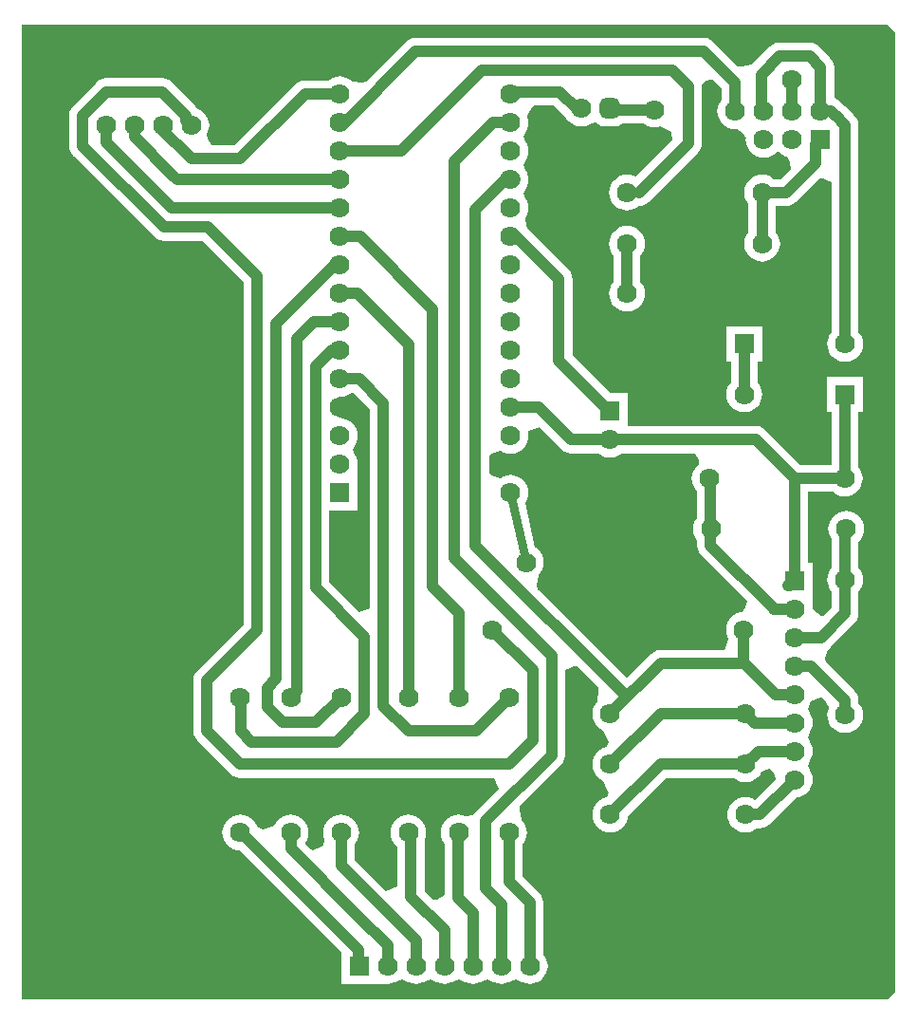
<source format=gtl>
G04 Layer_Physical_Order=1*
G04 Layer_Color=25308*
%FSLAX42Y42*%
%MOMM*%
G71*
G01*
G75*
%ADD10C,1.00*%
%ADD11C,0.80*%
%ADD12C,1.78*%
%ADD13R,1.78X1.78*%
G04:AMPARAMS|DCode=14|XSize=1.78mm|YSize=1.78mm|CornerRadius=0.44mm|HoleSize=0mm|Usage=FLASHONLY|Rotation=180.000|XOffset=0mm|YOffset=0mm|HoleType=Round|Shape=RoundedRectangle|*
%AMROUNDEDRECTD14*
21,1,1.78,0.89,0,0,180.0*
21,1,0.89,1.78,0,0,180.0*
1,1,0.89,-0.44,0.44*
1,1,0.89,0.44,0.44*
1,1,0.89,0.44,-0.44*
1,1,0.89,-0.44,-0.44*
%
%ADD14ROUNDEDRECTD14*%
%ADD15R,1.78X1.78*%
G36*
X-0Y8700D02*
X0Y0D01*
X7729Y-0D01*
X7800Y71D01*
X7800Y8629D01*
X7729Y8700D01*
X-0Y8700D01*
D02*
G37*
%LPC*%
G36*
X6291Y6009D02*
X6609D01*
Y5691D01*
X6571D01*
Y5503D01*
X6583Y5489D01*
X6598Y5461D01*
X6607Y5431D01*
X6610Y5400D01*
X6607Y5369D01*
X6598Y5339D01*
X6583Y5311D01*
X6563Y5287D01*
X6539Y5267D01*
X6511Y5252D01*
X6481Y5243D01*
X6450Y5240D01*
X6419Y5243D01*
X6389Y5252D01*
X6361Y5267D01*
X6337Y5287D01*
X6317Y5311D01*
X6302Y5339D01*
X6293Y5369D01*
X6290Y5400D01*
X6293Y5431D01*
X6302Y5461D01*
X6317Y5489D01*
X6329Y5503D01*
Y5691D01*
X6291D01*
Y6009D01*
D02*
G37*
G36*
X3516Y8581D02*
X6090D01*
X6121Y8577D01*
X6150Y8565D01*
X6175Y8546D01*
X6393Y8328D01*
X6424Y8324D01*
X6514Y8339D01*
X6677Y8501D01*
X6702Y8521D01*
X6731Y8533D01*
X6763Y8537D01*
X7034D01*
X7065Y8533D01*
X7095Y8521D01*
X7120Y8501D01*
X7217Y8405D01*
X7236Y8380D01*
X7248Y8350D01*
X7252Y8319D01*
Y8044D01*
X7254Y8044D01*
X7284Y8032D01*
X7309Y8013D01*
X7349Y7972D01*
X7355Y7967D01*
X7425Y7897D01*
X7433Y7888D01*
X7436Y7886D01*
X7455Y7861D01*
X7467Y7831D01*
X7471Y7800D01*
X7471Y5953D01*
X7483Y5939D01*
X7498Y5911D01*
X7507Y5881D01*
X7510Y5850D01*
X7507Y5819D01*
X7498Y5789D01*
X7483Y5761D01*
X7463Y5737D01*
X7439Y5717D01*
X7411Y5702D01*
X7381Y5693D01*
X7350Y5690D01*
X7319Y5693D01*
X7289Y5702D01*
X7261Y5717D01*
X7237Y5737D01*
X7217Y5761D01*
X7202Y5789D01*
X7193Y5819D01*
X7190Y5850D01*
X7193Y5881D01*
X7202Y5911D01*
X7217Y5939D01*
X7229Y5953D01*
X7229Y7295D01*
X7129Y7336D01*
X6907Y7114D01*
X6882Y7095D01*
X6853Y7083D01*
X6822Y7079D01*
X6731D01*
Y6846D01*
X6742Y6832D01*
X6757Y6805D01*
X6766Y6775D01*
X6769Y6743D01*
X6766Y6712D01*
X6757Y6682D01*
X6742Y6655D01*
X6723Y6631D01*
X6698Y6611D01*
X6671Y6596D01*
X6641Y6587D01*
X6610Y6584D01*
X6578Y6587D01*
X6549Y6596D01*
X6521Y6611D01*
X6497Y6631D01*
X6477Y6655D01*
X6462Y6682D01*
X6453Y6712D01*
X6450Y6743D01*
X6453Y6775D01*
X6462Y6805D01*
X6477Y6832D01*
X6489Y6846D01*
Y7097D01*
X6477Y7111D01*
X6462Y7139D01*
X6453Y7169D01*
X6450Y7200D01*
X6453Y7231D01*
X6462Y7261D01*
X6477Y7289D01*
X6497Y7313D01*
X6521Y7333D01*
X6549Y7348D01*
X6578Y7357D01*
X6610Y7360D01*
X6641Y7357D01*
X6671Y7348D01*
X6698Y7333D01*
X6713Y7321D01*
X6772D01*
X6865Y7414D01*
X6854Y7474D01*
X6830Y7521D01*
X6816Y7525D01*
X6788Y7540D01*
X6764Y7560D01*
X6736D01*
X6712Y7540D01*
X6684Y7525D01*
X6654Y7516D01*
X6623Y7513D01*
X6592Y7516D01*
X6562Y7525D01*
X6534Y7540D01*
X6510Y7560D01*
X6490Y7584D01*
X6475Y7612D01*
X6466Y7642D01*
X6463Y7673D01*
X6465Y7688D01*
X6429Y7733D01*
X6384Y7769D01*
X6369Y7767D01*
X6338Y7770D01*
X6308Y7779D01*
X6280Y7794D01*
X6256Y7814D01*
X6236Y7838D01*
X6221Y7866D01*
X6212Y7896D01*
X6209Y7927D01*
X6212Y7958D01*
X6221Y7988D01*
X6236Y8016D01*
X6248Y8030D01*
Y8131D01*
X6160Y8218D01*
X6094Y8191D01*
X6070Y8168D01*
X6072Y8149D01*
Y7641D01*
X6068Y7610D01*
X6056Y7581D01*
X6037Y7555D01*
X5596Y7114D01*
X5571Y7095D01*
X5541Y7083D01*
X5510Y7079D01*
X5507Y7079D01*
X5492Y7067D01*
X5464Y7052D01*
X5434Y7043D01*
X5403Y7040D01*
X5372Y7043D01*
X5342Y7052D01*
X5314Y7067D01*
X5290Y7087D01*
X5270Y7111D01*
X5256Y7139D01*
X5247Y7169D01*
X5243Y7200D01*
X5247Y7231D01*
X5256Y7261D01*
X5270Y7289D01*
X5290Y7313D01*
X5314Y7333D01*
X5342Y7348D01*
X5372Y7357D01*
X5403Y7360D01*
X5434Y7357D01*
X5464Y7348D01*
X5479Y7340D01*
X5805Y7666D01*
X5798Y7739D01*
X5768Y7757D01*
X5701Y7789D01*
X5681Y7783D01*
X5650Y7780D01*
X5619Y7783D01*
X5589Y7792D01*
X5561Y7807D01*
X5547Y7818D01*
X5369D01*
X5352Y7806D01*
X5324Y7794D01*
X5294Y7790D01*
X5206D01*
X5176Y7794D01*
X5148Y7806D01*
X5124Y7824D01*
X5085Y7817D01*
X5057Y7802D01*
X5027Y7793D01*
X4996Y7790D01*
X4965Y7793D01*
X4935Y7802D01*
X4907Y7817D01*
X4883Y7837D01*
X4863Y7861D01*
X4858Y7871D01*
X4750Y7979D01*
X4570D01*
X4551Y7962D01*
X4510Y7887D01*
X4511Y7879D01*
X4519Y7855D01*
X4522Y7824D01*
X4519Y7793D01*
X4510Y7763D01*
X4495Y7735D01*
X4480Y7697D01*
X4495Y7659D01*
X4510Y7631D01*
X4519Y7601D01*
X4522Y7570D01*
X4519Y7539D01*
X4510Y7509D01*
X4495Y7481D01*
X4480Y7443D01*
X4495Y7405D01*
X4510Y7377D01*
X4514Y7364D01*
X4520Y7347D01*
X4524Y7316D01*
X4520Y7285D01*
X4514Y7268D01*
X4510Y7255D01*
X4495Y7227D01*
X4480Y7189D01*
X4495Y7151D01*
X4510Y7123D01*
X4519Y7093D01*
X4522Y7062D01*
X4519Y7031D01*
X4510Y7001D01*
X4495Y6973D01*
X4501Y6907D01*
X4528Y6863D01*
X4881Y6511D01*
X4900Y6486D01*
X4912Y6456D01*
X4916Y6425D01*
Y5748D01*
X5255Y5409D01*
X5409D01*
Y5117D01*
X6554D01*
X6585Y5113D01*
X6615Y5101D01*
X6640Y5082D01*
X6950Y4771D01*
X7226D01*
Y5241D01*
X7191D01*
Y5559D01*
X7509D01*
Y5241D01*
X7468D01*
Y4753D01*
X7480Y4739D01*
X7494Y4711D01*
X7504Y4681D01*
X7507Y4650D01*
X7504Y4619D01*
X7494Y4589D01*
X7480Y4561D01*
X7460Y4537D01*
X7436Y4517D01*
X7408Y4502D01*
X7378Y4493D01*
X7347Y4490D01*
X7316Y4493D01*
X7286Y4502D01*
X7258Y4517D01*
X7244Y4529D01*
X7021D01*
Y3898D01*
X7059D01*
Y3585D01*
X7060Y3485D01*
X7135Y3424D01*
X7150Y3418D01*
X7229Y3497D01*
Y3644D01*
X7217Y3658D01*
X7202Y3686D01*
X7193Y3716D01*
X7190Y3747D01*
X7193Y3778D01*
X7202Y3808D01*
X7217Y3836D01*
X7229Y3850D01*
Y4109D01*
X7227Y4111D01*
X7212Y4139D01*
X7203Y4169D01*
X7200Y4200D01*
X7203Y4231D01*
X7212Y4261D01*
X7227Y4289D01*
X7247Y4313D01*
X7271Y4333D01*
X7298Y4348D01*
X7328Y4357D01*
X7360Y4360D01*
X7391Y4357D01*
X7421Y4348D01*
X7448Y4333D01*
X7472Y4313D01*
X7492Y4289D01*
X7507Y4261D01*
X7516Y4231D01*
X7519Y4200D01*
X7516Y4169D01*
X7507Y4139D01*
X7492Y4111D01*
X7472Y4087D01*
X7471Y4086D01*
Y3850D01*
X7483Y3836D01*
X7498Y3808D01*
X7507Y3778D01*
X7510Y3747D01*
X7507Y3716D01*
X7498Y3686D01*
X7483Y3658D01*
X7471Y3644D01*
Y3447D01*
X7467Y3416D01*
X7455Y3386D01*
X7436Y3361D01*
X7220Y3145D01*
X7201Y3131D01*
X7193Y3121D01*
X7174Y3039D01*
X7176Y3015D01*
X7436Y2756D01*
X7455Y2731D01*
X7467Y2701D01*
X7471Y2670D01*
Y2643D01*
X7483Y2629D01*
X7498Y2602D01*
X7507Y2572D01*
X7510Y2540D01*
X7507Y2509D01*
X7498Y2479D01*
X7483Y2452D01*
X7463Y2428D01*
X7439Y2408D01*
X7411Y2393D01*
X7381Y2384D01*
X7350Y2381D01*
X7319Y2384D01*
X7289Y2393D01*
X7261Y2408D01*
X7237Y2428D01*
X7217Y2452D01*
X7202Y2479D01*
X7193Y2509D01*
X7190Y2540D01*
X7193Y2572D01*
X7202Y2602D01*
X7209Y2613D01*
X7162Y2674D01*
X7140Y2692D01*
X7126Y2692D01*
X7048Y2662D01*
X7033Y2634D01*
X7018Y2596D01*
X7033Y2558D01*
X7048Y2530D01*
X7057Y2500D01*
X7060Y2469D01*
X7057Y2438D01*
X7048Y2408D01*
X7033Y2380D01*
X7018Y2342D01*
X7033Y2304D01*
X7048Y2276D01*
X7057Y2246D01*
X7060Y2215D01*
X7057Y2184D01*
X7048Y2154D01*
X7033Y2126D01*
X7018Y2088D01*
X7033Y2050D01*
X7048Y2022D01*
X7057Y1992D01*
X7060Y1961D01*
X7057Y1930D01*
X7048Y1900D01*
X7033Y1872D01*
X7013Y1848D01*
X6989Y1828D01*
X6961Y1813D01*
X6931Y1804D01*
X6913Y1803D01*
X6675Y1564D01*
X6650Y1545D01*
X6620Y1533D01*
X6589Y1529D01*
X6563D01*
X6548Y1517D01*
X6521Y1502D01*
X6491Y1493D01*
X6460Y1490D01*
X6428Y1493D01*
X6398Y1502D01*
X6371Y1517D01*
X6347Y1537D01*
X6327Y1561D01*
X6312Y1589D01*
X6303Y1619D01*
X6300Y1650D01*
X6303Y1681D01*
X6312Y1711D01*
X6327Y1739D01*
X6347Y1763D01*
X6371Y1783D01*
X6398Y1798D01*
X6428Y1807D01*
X6460Y1810D01*
X6491Y1807D01*
X6521Y1798D01*
X6548Y1783D01*
X6550Y1782D01*
X6731Y1963D01*
X6710Y2023D01*
X6673Y2057D01*
X6632Y2046D01*
X6604Y2032D01*
X6592Y2011D01*
X6573Y1987D01*
X6548Y1967D01*
X6521Y1952D01*
X6491Y1943D01*
X6460Y1940D01*
X6428Y1943D01*
X6398Y1952D01*
X6371Y1967D01*
X6357Y1979D01*
X5753D01*
X5412Y1637D01*
X5410Y1619D01*
X5401Y1589D01*
X5386Y1561D01*
X5366Y1537D01*
X5342Y1517D01*
X5314Y1502D01*
X5284Y1493D01*
X5253Y1490D01*
X5222Y1493D01*
X5192Y1502D01*
X5164Y1517D01*
X5140Y1537D01*
X5120Y1561D01*
X5106Y1589D01*
X5096Y1619D01*
X5093Y1650D01*
X5096Y1681D01*
X5106Y1711D01*
X5120Y1739D01*
X5140Y1763D01*
X5164Y1783D01*
X5192Y1798D01*
X5222Y1807D01*
X5223Y1810D01*
X5238Y1847D01*
X5236Y1861D01*
X5192Y1952D01*
X5164Y1967D01*
X5140Y1987D01*
X5120Y2011D01*
X5106Y2039D01*
X5096Y2069D01*
X5093Y2100D01*
X5096Y2131D01*
X5106Y2161D01*
X5120Y2189D01*
X5140Y2213D01*
X5164Y2233D01*
X5192Y2248D01*
X5222Y2257D01*
X5223Y2260D01*
X5238Y2297D01*
X5236Y2311D01*
X5192Y2402D01*
X5164Y2417D01*
X5140Y2437D01*
X5120Y2461D01*
X5106Y2489D01*
X5096Y2519D01*
X5093Y2550D01*
X5096Y2581D01*
X5106Y2611D01*
X5120Y2639D01*
X5140Y2663D01*
X5150Y2752D01*
X5144Y2785D01*
X4950Y2979D01*
X4850Y2937D01*
Y2179D01*
X4846Y2148D01*
X4834Y2118D01*
X4814Y2093D01*
X4448Y1727D01*
X4445Y1694D01*
X4463Y1603D01*
X4483Y1579D01*
X4498Y1552D01*
X4507Y1522D01*
X4510Y1490D01*
X4507Y1459D01*
X4498Y1429D01*
X4483Y1402D01*
X4471Y1387D01*
X4471Y1100D01*
X4621Y951D01*
X4640Y926D01*
X4652Y896D01*
X4656Y865D01*
Y403D01*
X4668Y389D01*
X4683Y361D01*
X4692Y331D01*
X4695Y300D01*
X4692Y269D01*
X4683Y239D01*
X4668Y211D01*
X4648Y187D01*
X4624Y167D01*
X4596Y152D01*
X4566Y143D01*
X4535Y140D01*
X4504Y143D01*
X4474Y152D01*
X4446Y167D01*
X4408Y182D01*
X4370Y167D01*
X4342Y152D01*
X4312Y143D01*
X4281Y140D01*
X4250Y143D01*
X4220Y152D01*
X4192Y167D01*
X4154Y182D01*
X4116Y167D01*
X4088Y152D01*
X4058Y143D01*
X4027Y140D01*
X3996Y143D01*
X3966Y152D01*
X3938Y167D01*
X3900Y182D01*
X3862Y167D01*
X3834Y152D01*
X3804Y143D01*
X3773Y140D01*
X3742Y143D01*
X3712Y152D01*
X3684Y167D01*
X3646Y182D01*
X3608Y167D01*
X3580Y152D01*
X3550Y143D01*
X3519Y140D01*
X3488Y143D01*
X3458Y152D01*
X3430Y167D01*
X3392Y182D01*
X3354Y167D01*
X3354Y167D01*
X3354Y167D01*
X3326Y152D01*
X3326Y152D01*
X3296Y143D01*
X3268Y141D01*
X3265Y140D01*
X3265D01*
X3165Y141D01*
X2852D01*
Y427D01*
X1948Y1331D01*
X1919Y1334D01*
X1889Y1343D01*
X1861Y1358D01*
X1837Y1378D01*
X1817Y1402D01*
X1802Y1429D01*
X1793Y1459D01*
X1790Y1490D01*
X1793Y1522D01*
X1802Y1552D01*
X1817Y1579D01*
X1837Y1603D01*
X1861Y1623D01*
X1889Y1638D01*
X1919Y1647D01*
X1950Y1650D01*
X1981Y1647D01*
X2011Y1638D01*
X2039Y1623D01*
X2063Y1603D01*
X2083Y1579D01*
X2098Y1552D01*
X2101Y1541D01*
X2147Y1520D01*
X2158Y1520D01*
X2252Y1552D01*
X2267Y1579D01*
X2287Y1603D01*
X2311Y1623D01*
X2339Y1638D01*
X2369Y1647D01*
X2400Y1650D01*
X2431Y1647D01*
X2461Y1638D01*
X2489Y1623D01*
X2513Y1603D01*
X2533Y1579D01*
X2548Y1552D01*
X2557Y1522D01*
X2560Y1490D01*
X2557Y1459D01*
X2548Y1429D01*
X2533Y1402D01*
X2527Y1394D01*
X2584Y1337D01*
X2595Y1336D01*
X2692Y1371D01*
X2704Y1426D01*
X2702Y1429D01*
X2693Y1459D01*
X2690Y1490D01*
X2693Y1522D01*
X2702Y1552D01*
X2717Y1579D01*
X2737Y1603D01*
X2761Y1623D01*
X2789Y1638D01*
X2819Y1647D01*
X2850Y1650D01*
X2881Y1647D01*
X2911Y1638D01*
X2939Y1623D01*
X2963Y1603D01*
X2983Y1579D01*
X2998Y1552D01*
X3007Y1522D01*
X3010Y1490D01*
X3007Y1459D01*
X2998Y1429D01*
X2983Y1402D01*
X2971Y1387D01*
Y1250D01*
X3252Y969D01*
X3352Y1011D01*
Y1365D01*
X3337Y1378D01*
X3317Y1402D01*
X3302Y1429D01*
X3293Y1459D01*
X3290Y1490D01*
X3293Y1522D01*
X3302Y1552D01*
X3317Y1579D01*
X3337Y1603D01*
X3361Y1623D01*
X3389Y1638D01*
X3419Y1647D01*
X3450Y1650D01*
X3481Y1647D01*
X3511Y1638D01*
X3539Y1623D01*
X3563Y1603D01*
X3583Y1579D01*
X3598Y1552D01*
X3607Y1522D01*
X3610Y1490D01*
X3607Y1459D01*
X3598Y1429D01*
X3594Y1423D01*
Y971D01*
X3675Y890D01*
X3707Y895D01*
X3774Y933D01*
Y1393D01*
X3767Y1402D01*
X3752Y1429D01*
X3743Y1459D01*
X3740Y1490D01*
X3743Y1522D01*
X3752Y1552D01*
X3767Y1579D01*
X3787Y1603D01*
X3811Y1623D01*
X3839Y1638D01*
X3869Y1647D01*
X3900Y1650D01*
X3931Y1647D01*
X3932Y1647D01*
X3964Y1638D01*
X4021Y1649D01*
X4056Y1677D01*
X4258Y1879D01*
X4216Y1979D01*
X1950D01*
X1919Y1983D01*
X1889Y1995D01*
X1864Y2014D01*
X1564Y2314D01*
X1545Y2339D01*
X1533Y2369D01*
X1529Y2400D01*
Y2850D01*
X1533Y2881D01*
X1545Y2911D01*
X1564Y2936D01*
X1979Y3350D01*
Y6400D01*
X1608Y6771D01*
X1268D01*
X1236Y6775D01*
X1207Y6787D01*
X1182Y6806D01*
X456Y7533D01*
X436Y7558D01*
X424Y7587D01*
X420Y7618D01*
Y7887D01*
X424Y7918D01*
X436Y7947D01*
X456Y7972D01*
X659Y8176D01*
X667Y8186D01*
X692Y8205D01*
X721Y8217D01*
X752Y8221D01*
X1253D01*
X1285Y8217D01*
X1314Y8205D01*
X1339Y8186D01*
X1552Y7972D01*
X1571Y7948D01*
X1573Y7948D01*
X1601Y7933D01*
X1625Y7913D01*
X1645Y7889D01*
X1660Y7861D01*
X1669Y7831D01*
X1672Y7800D01*
X1669Y7769D01*
X1660Y7739D01*
X1650Y7721D01*
X1662Y7682D01*
X1697Y7621D01*
X1900D01*
X2442Y8164D01*
X2467Y8183D01*
X2497Y8195D01*
X2528Y8199D01*
X2735D01*
X2749Y8211D01*
X2777Y8226D01*
X2807Y8235D01*
X2838Y8238D01*
X2869Y8235D01*
X2899Y8226D01*
X2927Y8211D01*
X2951Y8191D01*
X3041Y8182D01*
X3073Y8188D01*
X3430Y8546D01*
X3455Y8565D01*
X3484Y8577D01*
X3516Y8581D01*
D02*
G37*
G36*
X5403Y6903D02*
X5434Y6900D01*
X5464Y6891D01*
X5492Y6876D01*
X5516Y6856D01*
X5536Y6832D01*
X5551Y6805D01*
X5560Y6775D01*
X5563Y6743D01*
X5560Y6712D01*
X5551Y6682D01*
X5536Y6655D01*
X5524Y6640D01*
Y6403D01*
X5536Y6389D01*
X5551Y6361D01*
X5560Y6331D01*
X5563Y6300D01*
X5560Y6269D01*
X5551Y6239D01*
X5536Y6211D01*
X5516Y6187D01*
X5492Y6167D01*
X5464Y6152D01*
X5434Y6143D01*
X5403Y6140D01*
X5372Y6143D01*
X5342Y6152D01*
X5314Y6167D01*
X5290Y6187D01*
X5270Y6211D01*
X5256Y6239D01*
X5247Y6269D01*
X5243Y6300D01*
X5247Y6331D01*
X5256Y6361D01*
X5270Y6389D01*
X5282Y6403D01*
Y6640D01*
X5270Y6655D01*
X5256Y6682D01*
X5247Y6712D01*
X5243Y6743D01*
X5247Y6775D01*
X5256Y6805D01*
X5270Y6832D01*
X5290Y6856D01*
X5314Y6876D01*
X5342Y6891D01*
X5372Y6900D01*
X5403Y6903D01*
D02*
G37*
%LPD*%
G36*
X2927Y5405D02*
X2899Y5390D01*
X2869Y5381D01*
X2838Y5378D01*
X2781Y5335D01*
Y5233D01*
X2838Y5190D01*
X2869Y5187D01*
X2899Y5178D01*
X2927Y5163D01*
X2951Y5143D01*
X2971Y5119D01*
X2986Y5091D01*
X2995Y5061D01*
X2998Y5030D01*
X2995Y4999D01*
X2986Y4969D01*
X2971Y4941D01*
X2956Y4903D01*
X2971Y4865D01*
X2971Y4865D01*
X2971Y4865D01*
X2986Y4837D01*
X2986Y4837D01*
X2995Y4807D01*
X2997Y4779D01*
X2998Y4776D01*
Y4776D01*
X2997Y4676D01*
Y4363D01*
X2746D01*
Y3725D01*
X3015Y3456D01*
X3108Y3494D01*
Y5271D01*
X2962Y5417D01*
X2941D01*
X2927Y5405D01*
D02*
G37*
G36*
X4523Y5072D02*
X4518Y5063D01*
X4519Y5061D01*
X4522Y5030D01*
X4519Y4999D01*
X4510Y4969D01*
X4495Y4941D01*
X4475Y4917D01*
X4451Y4897D01*
X4423Y4882D01*
X4393Y4873D01*
X4362Y4870D01*
X4331Y4873D01*
X4301Y4882D01*
X4273Y4897D01*
X4271Y4899D01*
X4197Y4875D01*
X4171Y4855D01*
Y4697D01*
X4197Y4677D01*
X4271Y4653D01*
X4273Y4655D01*
X4301Y4670D01*
X4331Y4679D01*
X4362Y4682D01*
X4393Y4679D01*
X4423Y4670D01*
X4451Y4655D01*
X4475Y4635D01*
X4495Y4611D01*
X4510Y4583D01*
X4519Y4553D01*
X4522Y4522D01*
X4519Y4491D01*
X4510Y4461D01*
X4495Y4434D01*
X4584Y4035D01*
X4589Y4033D01*
X4613Y4013D01*
X4633Y3989D01*
X4648Y3961D01*
X4657Y3931D01*
X4660Y3900D01*
X4657Y3869D01*
X4648Y3839D01*
X4633Y3811D01*
X4613Y3787D01*
X4601Y3698D01*
X4607Y3664D01*
X5402Y2870D01*
X5618Y3086D01*
X5643Y3105D01*
X5672Y3117D01*
X5703Y3121D01*
X6272D01*
X6291Y3161D01*
X6309Y3221D01*
X6299Y3239D01*
X6290Y3269D01*
X6287Y3300D01*
X6290Y3331D01*
X6299Y3361D01*
X6314Y3389D01*
X6334Y3413D01*
X6358Y3433D01*
X6386Y3448D01*
X6416Y3457D01*
X6432Y3458D01*
X6457Y3496D01*
X6474Y3557D01*
X6064Y3968D01*
X6045Y3993D01*
X6033Y4022D01*
X6029Y4053D01*
Y4101D01*
X6020Y4111D01*
X6006Y4139D01*
X5996Y4169D01*
X5993Y4200D01*
X5996Y4231D01*
X6006Y4261D01*
X6020Y4289D01*
X6029Y4299D01*
Y4536D01*
X6028Y4537D01*
X6008Y4561D01*
X5993Y4589D01*
X5984Y4619D01*
X5981Y4650D01*
X5984Y4681D01*
X5993Y4711D01*
X6008Y4739D01*
X6028Y4763D01*
X6042Y4775D01*
X6041Y4809D01*
X6012Y4875D01*
X5353D01*
X5339Y4863D01*
X5311Y4848D01*
X5281Y4839D01*
X5250Y4836D01*
X5219Y4839D01*
X5189Y4848D01*
X5161Y4863D01*
X5147Y4875D01*
X4904D01*
X4873Y4879D01*
X4843Y4891D01*
X4818Y4910D01*
X4622Y5107D01*
X4523Y5072D01*
D02*
G37*
D10*
X4350Y2697D02*
X4053Y2400D01*
X3450D01*
X4616Y5284D02*
X4362D01*
X4904Y4996D02*
X4616Y5284D01*
X5250Y4996D02*
X4904D01*
X1952Y2398D02*
Y2695D01*
X4141Y989D02*
Y1591D01*
X4729Y2179D02*
X4141Y1591D01*
X4729Y2179D02*
Y3071D01*
X3005Y445D02*
X1955Y1495D01*
X3005Y295D02*
Y445D01*
X3265Y300D02*
Y485D01*
X3000Y750D01*
X2400Y1350D02*
Y1490D01*
X3000Y750D02*
X2400Y1350D01*
X2850Y1200D02*
Y1490D01*
X3519Y531D02*
X2850Y1200D01*
X3519Y300D02*
Y531D01*
X3473Y921D02*
Y1490D01*
X3773Y621D02*
X3473Y921D01*
X3773Y300D02*
Y621D01*
X3895Y905D02*
Y1495D01*
X4027Y773D02*
X3895Y905D01*
X4027Y300D02*
Y773D01*
X4281Y849D02*
X4141Y989D01*
X2838Y7062D02*
X1338D01*
X750Y7650D01*
X2838Y7316D02*
X1384D01*
X1350Y7350D01*
X1350D01*
X1004Y7696D01*
X1517Y7500D02*
X1237Y7779D01*
X1950Y7500D02*
X1517D01*
X1268Y6892D02*
X541Y7618D01*
X2528Y8078D02*
X1950Y7500D01*
X2838Y8078D02*
X2528D01*
X4110Y8290D02*
X3390Y7570D01*
X5810Y8290D02*
X4110D01*
X5951Y8149D02*
X5810Y8290D01*
X3516Y8460D02*
X2859Y7803D01*
X6090Y8460D02*
X3516D01*
X6369Y8181D02*
X6090Y8460D01*
X5951Y7641D02*
Y8149D01*
Y7641D02*
X5510Y7200D01*
X5403Y6300D02*
Y6743D01*
X3390Y7570D02*
X2838D01*
X6610Y6743D02*
Y7200D01*
X6822D02*
X6610D01*
X7086Y7464D02*
X6822Y7200D01*
X7086Y7464D02*
Y7628D01*
X7131Y7673D02*
X7086Y7628D01*
X7268Y7882D02*
X7223Y7927D01*
X7270Y7882D02*
X7268D01*
X7340Y7812D02*
X7270Y7882D01*
X7340Y7810D02*
Y7812D01*
X7223Y7927D02*
X7131D01*
X7350Y5850D02*
X7350Y7800D01*
X7347Y4650D02*
X6900D01*
X6554Y4996D02*
X5250D01*
X6900Y4650D02*
X6554Y4996D01*
X4281Y300D02*
Y849D01*
X4350Y1050D02*
X4350Y1490D01*
X4535Y300D02*
Y865D01*
X4350Y1050D01*
Y1050D01*
X5779Y1700D02*
X5713Y1765D01*
X4766Y4776D02*
X4507D01*
X4790Y4800D02*
X4766Y4776D01*
X2270Y2862D02*
X2191Y2783D01*
X2270Y2862D02*
Y6027D01*
X2797Y6554D02*
X2270Y6027D01*
X2100Y6450D02*
X1658Y6892D01*
X2100Y3300D02*
Y6450D01*
Y3300D02*
X1650Y2850D01*
X7347Y4650D02*
Y5397D01*
X6450Y5400D02*
Y5850D01*
X4362Y7824D02*
X4207D01*
X3019Y6808D02*
X2838D01*
X2624Y2471D02*
X2329D01*
X2850Y2697D02*
X2624Y2471D01*
X3000Y6300D02*
X2838D01*
Y6046D02*
X2606D01*
X2838Y5792D02*
X2768D01*
X2049Y2301D02*
X1952Y2398D01*
X3012Y5538D02*
X2838D01*
X4507Y4776D02*
X4362D01*
X4507Y4691D02*
Y4776D01*
X5713Y1765D02*
X5650D01*
X6900Y3739D02*
Y4650D01*
Y2723D02*
X6877Y2700D01*
X7350Y3447D02*
X7134Y3231D01*
X6900D01*
X7043Y2977D02*
X6900D01*
X7350Y2670D02*
X7043Y2977D01*
X7350Y2540D02*
Y2670D01*
X3229Y5321D02*
X3012Y5538D01*
X3450Y2400D02*
X3229Y2621D01*
X3059Y2551D02*
X3059Y2551D01*
X3059Y2551D02*
X2809Y2301D01*
X2049D01*
X3059Y2551D02*
Y3241D01*
X6900Y3739D02*
X6855Y3694D01*
X6900Y3750D02*
X6844Y3694D01*
X1004Y7696D02*
Y7800D01*
X750Y7650D02*
Y7800D01*
X2455Y2752D02*
X2400Y2697D01*
X2838Y6554D02*
X2797D01*
X2260Y2542D02*
X2191Y2610D01*
Y2783D01*
X2329Y2471D02*
X2250Y2550D01*
X1950Y2100D02*
X1650Y2400D01*
Y2850D01*
X2768Y5792D02*
X2625Y5649D01*
Y3675D02*
Y5649D01*
X3059Y3241D02*
X2625Y3675D01*
X2606Y6046D02*
X2455Y5895D01*
Y2752D02*
Y5895D01*
X3229Y2621D02*
Y5321D01*
X3900Y2697D02*
Y3450D01*
X3858Y3942D02*
Y7475D01*
X4207Y7824D02*
X3858Y7475D01*
X3900Y3450D02*
X3668Y3683D01*
Y6160D01*
X3019Y6808D01*
X3470Y2697D02*
X3453Y2714D01*
Y5847D01*
X3000Y6300D01*
X4350Y2100D02*
X1950D01*
X4403Y7316D02*
X4362D01*
X4480Y2230D02*
X4350Y2100D01*
X4480Y2230D02*
Y2231D01*
X4559Y2310D02*
X4480Y2231D01*
X4729Y3071D02*
X3858Y3942D01*
X4559Y2310D02*
Y2941D01*
X4200Y3300D01*
X6900Y3485D02*
X6715D01*
X7350Y3447D02*
Y3747D01*
Y4190D01*
X6717Y3487D02*
X6150Y4053D01*
Y4637D01*
X6900Y2723D02*
X6727D01*
X6900Y1961D02*
X6589Y1650D01*
X6460D01*
X6900Y2215D02*
X6575D01*
X6460Y2100D01*
X5703D01*
X5253Y1650D01*
X6900Y2469D02*
X6541D01*
X6460Y2550D01*
X5703D01*
X5253Y2100D01*
X6447Y3000D02*
X6447Y3000D01*
X5703D02*
X5253Y2550D01*
X6447Y3000D02*
X5703D01*
X4362Y7316D02*
X4316D01*
X4050Y7050D01*
X5400Y2700D02*
X4050Y4050D01*
Y7050D01*
X6447Y3000D02*
Y3300D01*
X6727Y2723D02*
X6448Y3002D01*
X6877Y7927D02*
Y8207D01*
X6600Y7950D02*
Y8253D01*
X7131Y7927D02*
Y8319D01*
X6369Y7927D02*
Y8181D01*
X1658Y6892D02*
X1268D01*
X1467Y7845D02*
Y7887D01*
X1512Y7800D02*
X1467Y7845D01*
Y7887D02*
X1253Y8100D01*
X752D01*
X541Y7618D02*
Y7887D01*
X752Y8098D02*
X541Y7887D01*
X7034Y8416D02*
X6763D01*
X7131Y8319D02*
X7034Y8416D01*
X6763D02*
X6600Y8253D01*
X5650Y7940D02*
X5260D01*
X4996Y7950D02*
X4950D01*
X4800Y8100D02*
X4384D01*
X4950Y7950D02*
X4800Y8100D01*
X4417Y6803D02*
X4362Y6808D01*
X5250Y5250D02*
X5243D01*
X4795Y5697D01*
Y6425D01*
X4417Y6803D01*
D11*
X4500Y3900D02*
X4362Y4522D01*
D12*
X5250Y4742D02*
D03*
Y4996D02*
D03*
X6900Y1961D02*
D03*
Y2215D02*
D03*
Y2469D02*
D03*
Y2723D02*
D03*
Y2977D02*
D03*
Y3231D02*
D03*
Y3485D02*
D03*
X7347Y4650D02*
D03*
X6140D02*
D03*
X1512Y7800D02*
D03*
X750D02*
D03*
X1004D02*
D03*
X1258D02*
D03*
X1766D02*
D03*
X4996Y7950D02*
D03*
X6369Y7927D02*
D03*
X6623D02*
D03*
X7131D02*
D03*
X6877Y7673D02*
D03*
X6623D02*
D03*
X6369D02*
D03*
X6877Y7927D02*
D03*
X6450Y5400D02*
D03*
X4362Y4776D02*
D03*
Y5030D02*
D03*
Y5284D02*
D03*
Y5538D02*
D03*
Y5792D02*
D03*
Y6046D02*
D03*
Y6300D02*
D03*
Y6554D02*
D03*
Y6808D02*
D03*
Y7062D02*
D03*
Y7316D02*
D03*
Y7570D02*
D03*
Y7824D02*
D03*
Y8078D02*
D03*
X2838D02*
D03*
Y7824D02*
D03*
Y7570D02*
D03*
Y7316D02*
D03*
Y7062D02*
D03*
Y6808D02*
D03*
Y6554D02*
D03*
Y6300D02*
D03*
Y6046D02*
D03*
Y5792D02*
D03*
Y5538D02*
D03*
Y5284D02*
D03*
X4362Y4522D02*
D03*
X2838Y5030D02*
D03*
Y4776D02*
D03*
X5253Y1650D02*
D03*
X6460D02*
D03*
X6610Y6300D02*
D03*
X5403D02*
D03*
Y6743D02*
D03*
X6610D02*
D03*
X5403Y7200D02*
D03*
X6610D02*
D03*
X4350Y2697D02*
D03*
Y1490D02*
D03*
X3900Y2697D02*
D03*
Y1490D02*
D03*
X3450Y2697D02*
D03*
Y1490D02*
D03*
X2850Y2697D02*
D03*
Y1490D02*
D03*
X2400Y2697D02*
D03*
Y1490D02*
D03*
X1950Y2697D02*
D03*
Y1490D02*
D03*
X6447Y3300D02*
D03*
X5240D02*
D03*
X5253Y2100D02*
D03*
X6460D02*
D03*
X5253Y2550D02*
D03*
X6460D02*
D03*
X7350Y3747D02*
D03*
Y2540D02*
D03*
X6153Y4200D02*
D03*
X7360D02*
D03*
X4789Y300D02*
D03*
X4535D02*
D03*
X4281D02*
D03*
X4027D02*
D03*
X3773D02*
D03*
X3519D02*
D03*
X3265D02*
D03*
X7350Y5850D02*
D03*
X5700Y5400D02*
D03*
Y4650D02*
D03*
X4500Y3900D02*
D03*
X4200Y3300D02*
D03*
X6877Y8207D02*
D03*
X5650Y7940D02*
D03*
D13*
X5250Y5250D02*
D03*
X6900Y3739D02*
D03*
D14*
X5250Y7950D02*
D03*
D15*
X7131Y7673D02*
D03*
X7350Y5400D02*
D03*
X2838Y4522D02*
D03*
X3011Y300D02*
D03*
X6450Y5850D02*
D03*
M02*

</source>
